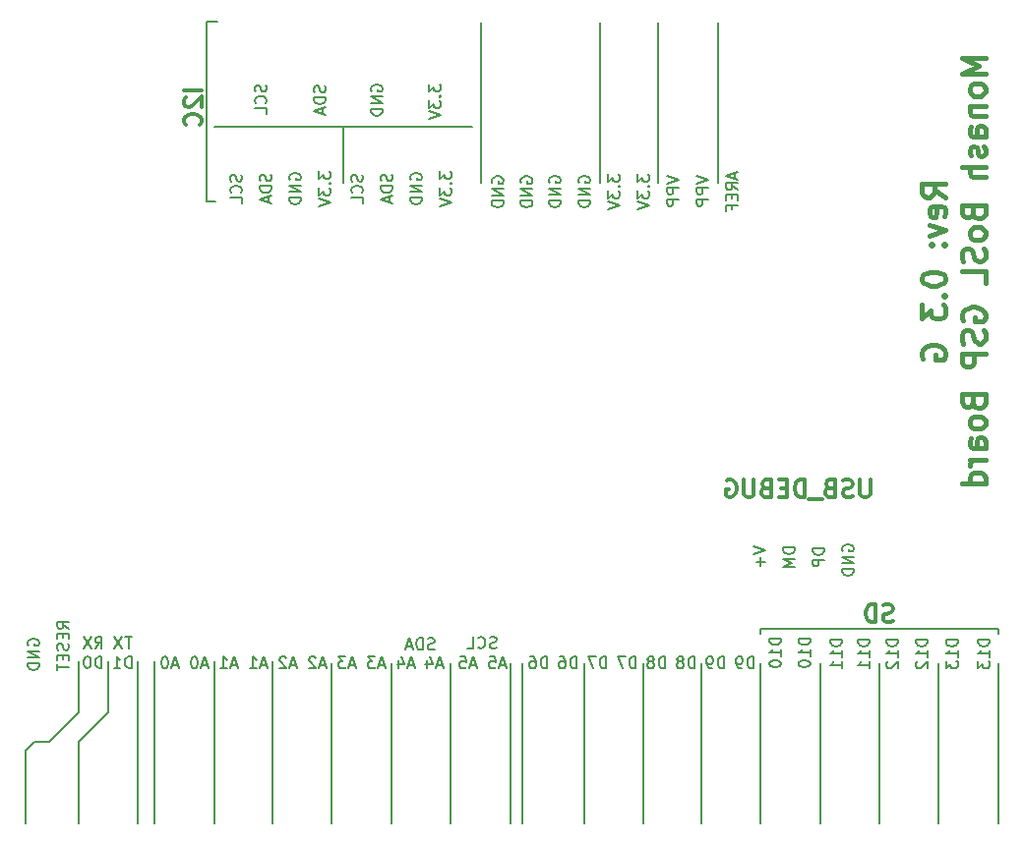
<source format=gbo>
G04 #@! TF.GenerationSoftware,KiCad,Pcbnew,(5.1.2)-2*
G04 #@! TF.CreationDate,2019-11-01T20:16:41+11:00*
G04 #@! TF.ProjectId,BoSL_GSP,426f534c-5f47-4535-902e-6b696361645f,0.3*
G04 #@! TF.SameCoordinates,Original*
G04 #@! TF.FileFunction,Legend,Bot*
G04 #@! TF.FilePolarity,Positive*
%FSLAX46Y46*%
G04 Gerber Fmt 4.6, Leading zero omitted, Abs format (unit mm)*
G04 Created by KiCad (PCBNEW (5.1.2)-2) date 2019-11-01 20:16:41*
%MOMM*%
%LPD*%
G04 APERTURE LIST*
%ADD10C,0.150000*%
%ADD11C,0.300000*%
%ADD12C,0.450000*%
G04 APERTURE END LIST*
D10*
X113216666Y-117352380D02*
X113550000Y-116876190D01*
X113788095Y-117352380D02*
X113788095Y-116352380D01*
X113407142Y-116352380D01*
X113311904Y-116400000D01*
X113264285Y-116447619D01*
X113216666Y-116542857D01*
X113216666Y-116685714D01*
X113264285Y-116780952D01*
X113311904Y-116828571D01*
X113407142Y-116876190D01*
X113788095Y-116876190D01*
X112883333Y-116352380D02*
X112216666Y-117352380D01*
X112216666Y-116352380D02*
X112883333Y-117352380D01*
X116361904Y-116352380D02*
X115790476Y-116352380D01*
X116076190Y-117352380D02*
X116076190Y-116352380D01*
X115552380Y-116352380D02*
X114885714Y-117352380D01*
X114885714Y-116352380D02*
X115552380Y-117352380D01*
X134600000Y-72400000D02*
X145700000Y-72400000D01*
X134600000Y-72400000D02*
X123500000Y-72400000D01*
X134600000Y-77200000D02*
X134600000Y-72400000D01*
D11*
X122378571Y-69235714D02*
X120878571Y-69235714D01*
X121021428Y-69878571D02*
X120950000Y-69950000D01*
X120878571Y-70092857D01*
X120878571Y-70450000D01*
X120950000Y-70592857D01*
X121021428Y-70664285D01*
X121164285Y-70735714D01*
X121307142Y-70735714D01*
X121521428Y-70664285D01*
X122378571Y-69807142D01*
X122378571Y-70735714D01*
X122235714Y-72235714D02*
X122307142Y-72164285D01*
X122378571Y-71950000D01*
X122378571Y-71807142D01*
X122307142Y-71592857D01*
X122164285Y-71450000D01*
X122021428Y-71378571D01*
X121735714Y-71307142D01*
X121521428Y-71307142D01*
X121235714Y-71378571D01*
X121092857Y-71450000D01*
X120950000Y-71592857D01*
X120878571Y-71807142D01*
X120878571Y-71950000D01*
X120950000Y-72164285D01*
X121021428Y-72235714D01*
D10*
X122800000Y-78800000D02*
X123600000Y-78800000D01*
X122800000Y-63300000D02*
X122800000Y-78800000D01*
X123700000Y-63300000D02*
X122800000Y-63300000D01*
X191000000Y-115700000D02*
X191000000Y-116100000D01*
X170500000Y-115700000D02*
X170500000Y-116100000D01*
X170500000Y-115700000D02*
X191000000Y-115700000D01*
X127904761Y-68809523D02*
X127952380Y-68952380D01*
X127952380Y-69190476D01*
X127904761Y-69285714D01*
X127857142Y-69333333D01*
X127761904Y-69380952D01*
X127666666Y-69380952D01*
X127571428Y-69333333D01*
X127523809Y-69285714D01*
X127476190Y-69190476D01*
X127428571Y-69000000D01*
X127380952Y-68904761D01*
X127333333Y-68857142D01*
X127238095Y-68809523D01*
X127142857Y-68809523D01*
X127047619Y-68857142D01*
X127000000Y-68904761D01*
X126952380Y-69000000D01*
X126952380Y-69238095D01*
X127000000Y-69380952D01*
X127857142Y-70380952D02*
X127904761Y-70333333D01*
X127952380Y-70190476D01*
X127952380Y-70095238D01*
X127904761Y-69952380D01*
X127809523Y-69857142D01*
X127714285Y-69809523D01*
X127523809Y-69761904D01*
X127380952Y-69761904D01*
X127190476Y-69809523D01*
X127095238Y-69857142D01*
X127000000Y-69952380D01*
X126952380Y-70095238D01*
X126952380Y-70190476D01*
X127000000Y-70333333D01*
X127047619Y-70380952D01*
X127952380Y-71285714D02*
X127952380Y-70809523D01*
X126952380Y-70809523D01*
X133004761Y-68885714D02*
X133052380Y-69028571D01*
X133052380Y-69266666D01*
X133004761Y-69361904D01*
X132957142Y-69409523D01*
X132861904Y-69457142D01*
X132766666Y-69457142D01*
X132671428Y-69409523D01*
X132623809Y-69361904D01*
X132576190Y-69266666D01*
X132528571Y-69076190D01*
X132480952Y-68980952D01*
X132433333Y-68933333D01*
X132338095Y-68885714D01*
X132242857Y-68885714D01*
X132147619Y-68933333D01*
X132100000Y-68980952D01*
X132052380Y-69076190D01*
X132052380Y-69314285D01*
X132100000Y-69457142D01*
X133052380Y-69885714D02*
X132052380Y-69885714D01*
X132052380Y-70123809D01*
X132100000Y-70266666D01*
X132195238Y-70361904D01*
X132290476Y-70409523D01*
X132480952Y-70457142D01*
X132623809Y-70457142D01*
X132814285Y-70409523D01*
X132909523Y-70361904D01*
X133004761Y-70266666D01*
X133052380Y-70123809D01*
X133052380Y-69885714D01*
X132766666Y-70838095D02*
X132766666Y-71314285D01*
X133052380Y-70742857D02*
X132052380Y-71076190D01*
X133052380Y-71409523D01*
X137000000Y-69338095D02*
X136952380Y-69242857D01*
X136952380Y-69100000D01*
X137000000Y-68957142D01*
X137095238Y-68861904D01*
X137190476Y-68814285D01*
X137380952Y-68766666D01*
X137523809Y-68766666D01*
X137714285Y-68814285D01*
X137809523Y-68861904D01*
X137904761Y-68957142D01*
X137952380Y-69100000D01*
X137952380Y-69195238D01*
X137904761Y-69338095D01*
X137857142Y-69385714D01*
X137523809Y-69385714D01*
X137523809Y-69195238D01*
X137952380Y-69814285D02*
X136952380Y-69814285D01*
X137952380Y-70385714D01*
X136952380Y-70385714D01*
X137952380Y-70861904D02*
X136952380Y-70861904D01*
X136952380Y-71100000D01*
X137000000Y-71242857D01*
X137095238Y-71338095D01*
X137190476Y-71385714D01*
X137380952Y-71433333D01*
X137523809Y-71433333D01*
X137714285Y-71385714D01*
X137809523Y-71338095D01*
X137904761Y-71242857D01*
X137952380Y-71100000D01*
X137952380Y-70861904D01*
X141952380Y-68723809D02*
X141952380Y-69342857D01*
X142333333Y-69009523D01*
X142333333Y-69152380D01*
X142380952Y-69247619D01*
X142428571Y-69295238D01*
X142523809Y-69342857D01*
X142761904Y-69342857D01*
X142857142Y-69295238D01*
X142904761Y-69247619D01*
X142952380Y-69152380D01*
X142952380Y-68866666D01*
X142904761Y-68771428D01*
X142857142Y-68723809D01*
X142857142Y-69771428D02*
X142904761Y-69819047D01*
X142952380Y-69771428D01*
X142904761Y-69723809D01*
X142857142Y-69771428D01*
X142952380Y-69771428D01*
X141952380Y-70152380D02*
X141952380Y-70771428D01*
X142333333Y-70438095D01*
X142333333Y-70580952D01*
X142380952Y-70676190D01*
X142428571Y-70723809D01*
X142523809Y-70771428D01*
X142761904Y-70771428D01*
X142857142Y-70723809D01*
X142904761Y-70676190D01*
X142952380Y-70580952D01*
X142952380Y-70295238D01*
X142904761Y-70200000D01*
X142857142Y-70152380D01*
X141952380Y-71057142D02*
X142952380Y-71390476D01*
X141952380Y-71723809D01*
X166800000Y-63400000D02*
X166800000Y-77200000D01*
X161700000Y-63400000D02*
X161700000Y-77200000D01*
X156700000Y-63400000D02*
X156700000Y-77200000D01*
X146400000Y-63400000D02*
X146400000Y-77200000D01*
D11*
X181878571Y-115007142D02*
X181664285Y-115078571D01*
X181307142Y-115078571D01*
X181164285Y-115007142D01*
X181092857Y-114935714D01*
X181021428Y-114792857D01*
X181021428Y-114650000D01*
X181092857Y-114507142D01*
X181164285Y-114435714D01*
X181307142Y-114364285D01*
X181592857Y-114292857D01*
X181735714Y-114221428D01*
X181807142Y-114150000D01*
X181878571Y-114007142D01*
X181878571Y-113864285D01*
X181807142Y-113721428D01*
X181735714Y-113650000D01*
X181592857Y-113578571D01*
X181235714Y-113578571D01*
X181021428Y-113650000D01*
X180378571Y-115078571D02*
X180378571Y-113578571D01*
X180021428Y-113578571D01*
X179807142Y-113650000D01*
X179664285Y-113792857D01*
X179592857Y-113935714D01*
X179521428Y-114221428D01*
X179521428Y-114435714D01*
X179592857Y-114721428D01*
X179664285Y-114864285D01*
X179807142Y-115007142D01*
X180021428Y-115078571D01*
X180378571Y-115078571D01*
D10*
X191000000Y-118600000D02*
X191000000Y-132400000D01*
X185800000Y-118600000D02*
X185800000Y-132400000D01*
X180700000Y-118600000D02*
X180700000Y-132400000D01*
X175600000Y-118600000D02*
X175600000Y-132400000D01*
X170500000Y-118600000D02*
X170500000Y-132400000D01*
X165400000Y-118600000D02*
X165400000Y-132400000D01*
X160400000Y-118600000D02*
X160400000Y-132400000D01*
X155300000Y-118600000D02*
X155300000Y-132400000D01*
X150000000Y-118600000D02*
X150000000Y-132400000D01*
X149000000Y-118600000D02*
X149000000Y-132400000D01*
X143800000Y-118600000D02*
X143800000Y-132400000D01*
X138700000Y-118600000D02*
X138700000Y-132400000D01*
X133600000Y-118600000D02*
X133600000Y-132400000D01*
X128500000Y-118500000D02*
X128500000Y-132400000D01*
X123500000Y-118500000D02*
X123500000Y-132400000D01*
X118300000Y-118500000D02*
X118300000Y-132400000D01*
X116900000Y-119400000D02*
X116900000Y-118500000D01*
X116900000Y-119400000D02*
X116900000Y-132400000D01*
X107200000Y-126200000D02*
X107200000Y-127500000D01*
X108000000Y-125400000D02*
X107200000Y-126200000D01*
X109300000Y-125400000D02*
X108000000Y-125400000D01*
X111800000Y-122900000D02*
X109300000Y-125400000D01*
X107200000Y-127500000D02*
X107200000Y-132400000D01*
X111800000Y-118500000D02*
X111800000Y-122900000D01*
X114300000Y-122900000D02*
X114300000Y-118500000D01*
X111800000Y-125400000D02*
X111800000Y-125700000D01*
X114300000Y-122900000D02*
X111800000Y-125400000D01*
X111800000Y-132400000D02*
X111800000Y-125700000D01*
D12*
X186377761Y-78455047D02*
X185425380Y-77788380D01*
X186377761Y-77312190D02*
X184377761Y-77312190D01*
X184377761Y-78074095D01*
X184473000Y-78264571D01*
X184568238Y-78359809D01*
X184758714Y-78455047D01*
X185044428Y-78455047D01*
X185234904Y-78359809D01*
X185330142Y-78264571D01*
X185425380Y-78074095D01*
X185425380Y-77312190D01*
X186282523Y-80074095D02*
X186377761Y-79883619D01*
X186377761Y-79502666D01*
X186282523Y-79312190D01*
X186092047Y-79216952D01*
X185330142Y-79216952D01*
X185139666Y-79312190D01*
X185044428Y-79502666D01*
X185044428Y-79883619D01*
X185139666Y-80074095D01*
X185330142Y-80169333D01*
X185520619Y-80169333D01*
X185711095Y-79216952D01*
X185044428Y-80836000D02*
X186377761Y-81312190D01*
X185044428Y-81788380D01*
X186187285Y-82550285D02*
X186282523Y-82645523D01*
X186377761Y-82550285D01*
X186282523Y-82455047D01*
X186187285Y-82550285D01*
X186377761Y-82550285D01*
X185139666Y-82550285D02*
X185234904Y-82645523D01*
X185330142Y-82550285D01*
X185234904Y-82455047D01*
X185139666Y-82550285D01*
X185330142Y-82550285D01*
X184377761Y-85407428D02*
X184377761Y-85597904D01*
X184473000Y-85788380D01*
X184568238Y-85883619D01*
X184758714Y-85978857D01*
X185139666Y-86074095D01*
X185615857Y-86074095D01*
X185996809Y-85978857D01*
X186187285Y-85883619D01*
X186282523Y-85788380D01*
X186377761Y-85597904D01*
X186377761Y-85407428D01*
X186282523Y-85216952D01*
X186187285Y-85121714D01*
X185996809Y-85026476D01*
X185615857Y-84931238D01*
X185139666Y-84931238D01*
X184758714Y-85026476D01*
X184568238Y-85121714D01*
X184473000Y-85216952D01*
X184377761Y-85407428D01*
X186187285Y-86931238D02*
X186282523Y-87026476D01*
X186377761Y-86931238D01*
X186282523Y-86836000D01*
X186187285Y-86931238D01*
X186377761Y-86931238D01*
X184377761Y-87693142D02*
X184377761Y-88931238D01*
X185139666Y-88264571D01*
X185139666Y-88550285D01*
X185234904Y-88740761D01*
X185330142Y-88836000D01*
X185520619Y-88931238D01*
X185996809Y-88931238D01*
X186187285Y-88836000D01*
X186282523Y-88740761D01*
X186377761Y-88550285D01*
X186377761Y-87978857D01*
X186282523Y-87788380D01*
X186187285Y-87693142D01*
X184473000Y-92359809D02*
X184377761Y-92169333D01*
X184377761Y-91883619D01*
X184473000Y-91597904D01*
X184663476Y-91407428D01*
X184853952Y-91312190D01*
X185234904Y-91216952D01*
X185520619Y-91216952D01*
X185901571Y-91312190D01*
X186092047Y-91407428D01*
X186282523Y-91597904D01*
X186377761Y-91883619D01*
X186377761Y-92074095D01*
X186282523Y-92359809D01*
X186187285Y-92455047D01*
X185520619Y-92455047D01*
X185520619Y-92074095D01*
X189827761Y-66502666D02*
X187827761Y-66502666D01*
X189256333Y-67169333D01*
X187827761Y-67836000D01*
X189827761Y-67836000D01*
X189827761Y-69074095D02*
X189732523Y-68883619D01*
X189637285Y-68788380D01*
X189446809Y-68693142D01*
X188875380Y-68693142D01*
X188684904Y-68788380D01*
X188589666Y-68883619D01*
X188494428Y-69074095D01*
X188494428Y-69359809D01*
X188589666Y-69550285D01*
X188684904Y-69645523D01*
X188875380Y-69740761D01*
X189446809Y-69740761D01*
X189637285Y-69645523D01*
X189732523Y-69550285D01*
X189827761Y-69359809D01*
X189827761Y-69074095D01*
X188494428Y-70597904D02*
X189827761Y-70597904D01*
X188684904Y-70597904D02*
X188589666Y-70693142D01*
X188494428Y-70883619D01*
X188494428Y-71169333D01*
X188589666Y-71359809D01*
X188780142Y-71455047D01*
X189827761Y-71455047D01*
X189827761Y-73264571D02*
X188780142Y-73264571D01*
X188589666Y-73169333D01*
X188494428Y-72978857D01*
X188494428Y-72597904D01*
X188589666Y-72407428D01*
X189732523Y-73264571D02*
X189827761Y-73074095D01*
X189827761Y-72597904D01*
X189732523Y-72407428D01*
X189542047Y-72312190D01*
X189351571Y-72312190D01*
X189161095Y-72407428D01*
X189065857Y-72597904D01*
X189065857Y-73074095D01*
X188970619Y-73264571D01*
X189732523Y-74121714D02*
X189827761Y-74312190D01*
X189827761Y-74693142D01*
X189732523Y-74883619D01*
X189542047Y-74978857D01*
X189446809Y-74978857D01*
X189256333Y-74883619D01*
X189161095Y-74693142D01*
X189161095Y-74407428D01*
X189065857Y-74216952D01*
X188875380Y-74121714D01*
X188780142Y-74121714D01*
X188589666Y-74216952D01*
X188494428Y-74407428D01*
X188494428Y-74693142D01*
X188589666Y-74883619D01*
X189827761Y-75836000D02*
X187827761Y-75836000D01*
X189827761Y-76693142D02*
X188780142Y-76693142D01*
X188589666Y-76597904D01*
X188494428Y-76407428D01*
X188494428Y-76121714D01*
X188589666Y-75931238D01*
X188684904Y-75836000D01*
X188780142Y-79836000D02*
X188875380Y-80121714D01*
X188970619Y-80216952D01*
X189161095Y-80312190D01*
X189446809Y-80312190D01*
X189637285Y-80216952D01*
X189732523Y-80121714D01*
X189827761Y-79931238D01*
X189827761Y-79169333D01*
X187827761Y-79169333D01*
X187827761Y-79836000D01*
X187923000Y-80026476D01*
X188018238Y-80121714D01*
X188208714Y-80216952D01*
X188399190Y-80216952D01*
X188589666Y-80121714D01*
X188684904Y-80026476D01*
X188780142Y-79836000D01*
X188780142Y-79169333D01*
X189827761Y-81455047D02*
X189732523Y-81264571D01*
X189637285Y-81169333D01*
X189446809Y-81074095D01*
X188875380Y-81074095D01*
X188684904Y-81169333D01*
X188589666Y-81264571D01*
X188494428Y-81455047D01*
X188494428Y-81740761D01*
X188589666Y-81931238D01*
X188684904Y-82026476D01*
X188875380Y-82121714D01*
X189446809Y-82121714D01*
X189637285Y-82026476D01*
X189732523Y-81931238D01*
X189827761Y-81740761D01*
X189827761Y-81455047D01*
X189732523Y-82883619D02*
X189827761Y-83169333D01*
X189827761Y-83645523D01*
X189732523Y-83836000D01*
X189637285Y-83931238D01*
X189446809Y-84026476D01*
X189256333Y-84026476D01*
X189065857Y-83931238D01*
X188970619Y-83836000D01*
X188875380Y-83645523D01*
X188780142Y-83264571D01*
X188684904Y-83074095D01*
X188589666Y-82978857D01*
X188399190Y-82883619D01*
X188208714Y-82883619D01*
X188018238Y-82978857D01*
X187923000Y-83074095D01*
X187827761Y-83264571D01*
X187827761Y-83740761D01*
X187923000Y-84026476D01*
X189827761Y-85836000D02*
X189827761Y-84883619D01*
X187827761Y-84883619D01*
X187923000Y-89074095D02*
X187827761Y-88883619D01*
X187827761Y-88597904D01*
X187923000Y-88312190D01*
X188113476Y-88121714D01*
X188303952Y-88026476D01*
X188684904Y-87931238D01*
X188970619Y-87931238D01*
X189351571Y-88026476D01*
X189542047Y-88121714D01*
X189732523Y-88312190D01*
X189827761Y-88597904D01*
X189827761Y-88788380D01*
X189732523Y-89074095D01*
X189637285Y-89169333D01*
X188970619Y-89169333D01*
X188970619Y-88788380D01*
X189732523Y-89931238D02*
X189827761Y-90216952D01*
X189827761Y-90693142D01*
X189732523Y-90883619D01*
X189637285Y-90978857D01*
X189446809Y-91074095D01*
X189256333Y-91074095D01*
X189065857Y-90978857D01*
X188970619Y-90883619D01*
X188875380Y-90693142D01*
X188780142Y-90312190D01*
X188684904Y-90121714D01*
X188589666Y-90026476D01*
X188399190Y-89931238D01*
X188208714Y-89931238D01*
X188018238Y-90026476D01*
X187923000Y-90121714D01*
X187827761Y-90312190D01*
X187827761Y-90788380D01*
X187923000Y-91074095D01*
X189827761Y-91931238D02*
X187827761Y-91931238D01*
X187827761Y-92693142D01*
X187923000Y-92883619D01*
X188018238Y-92978857D01*
X188208714Y-93074095D01*
X188494428Y-93074095D01*
X188684904Y-92978857D01*
X188780142Y-92883619D01*
X188875380Y-92693142D01*
X188875380Y-91931238D01*
X188780142Y-96121714D02*
X188875380Y-96407428D01*
X188970619Y-96502666D01*
X189161095Y-96597904D01*
X189446809Y-96597904D01*
X189637285Y-96502666D01*
X189732523Y-96407428D01*
X189827761Y-96216952D01*
X189827761Y-95455047D01*
X187827761Y-95455047D01*
X187827761Y-96121714D01*
X187923000Y-96312190D01*
X188018238Y-96407428D01*
X188208714Y-96502666D01*
X188399190Y-96502666D01*
X188589666Y-96407428D01*
X188684904Y-96312190D01*
X188780142Y-96121714D01*
X188780142Y-95455047D01*
X189827761Y-97740761D02*
X189732523Y-97550285D01*
X189637285Y-97455047D01*
X189446809Y-97359809D01*
X188875380Y-97359809D01*
X188684904Y-97455047D01*
X188589666Y-97550285D01*
X188494428Y-97740761D01*
X188494428Y-98026476D01*
X188589666Y-98216952D01*
X188684904Y-98312190D01*
X188875380Y-98407428D01*
X189446809Y-98407428D01*
X189637285Y-98312190D01*
X189732523Y-98216952D01*
X189827761Y-98026476D01*
X189827761Y-97740761D01*
X189827761Y-100121714D02*
X188780142Y-100121714D01*
X188589666Y-100026476D01*
X188494428Y-99836000D01*
X188494428Y-99455047D01*
X188589666Y-99264571D01*
X189732523Y-100121714D02*
X189827761Y-99931238D01*
X189827761Y-99455047D01*
X189732523Y-99264571D01*
X189542047Y-99169333D01*
X189351571Y-99169333D01*
X189161095Y-99264571D01*
X189065857Y-99455047D01*
X189065857Y-99931238D01*
X188970619Y-100121714D01*
X189827761Y-101074095D02*
X188494428Y-101074095D01*
X188875380Y-101074095D02*
X188684904Y-101169333D01*
X188589666Y-101264571D01*
X188494428Y-101455047D01*
X188494428Y-101645523D01*
X189827761Y-103169333D02*
X187827761Y-103169333D01*
X189732523Y-103169333D02*
X189827761Y-102978857D01*
X189827761Y-102597904D01*
X189732523Y-102407428D01*
X189637285Y-102312190D01*
X189446809Y-102216952D01*
X188875380Y-102216952D01*
X188684904Y-102312190D01*
X188589666Y-102407428D01*
X188494428Y-102597904D01*
X188494428Y-102978857D01*
X188589666Y-103169333D01*
D10*
X177554000Y-108966095D02*
X177506380Y-108870857D01*
X177506380Y-108728000D01*
X177554000Y-108585142D01*
X177649238Y-108489904D01*
X177744476Y-108442285D01*
X177934952Y-108394666D01*
X178077809Y-108394666D01*
X178268285Y-108442285D01*
X178363523Y-108489904D01*
X178458761Y-108585142D01*
X178506380Y-108728000D01*
X178506380Y-108823238D01*
X178458761Y-108966095D01*
X178411142Y-109013714D01*
X178077809Y-109013714D01*
X178077809Y-108823238D01*
X178506380Y-109442285D02*
X177506380Y-109442285D01*
X178506380Y-110013714D01*
X177506380Y-110013714D01*
X178506380Y-110489904D02*
X177506380Y-110489904D01*
X177506380Y-110728000D01*
X177554000Y-110870857D01*
X177649238Y-110966095D01*
X177744476Y-111013714D01*
X177934952Y-111061333D01*
X178077809Y-111061333D01*
X178268285Y-111013714D01*
X178363523Y-110966095D01*
X178458761Y-110870857D01*
X178506380Y-110728000D01*
X178506380Y-110489904D01*
X175966380Y-108712095D02*
X174966380Y-108712095D01*
X174966380Y-108950190D01*
X175014000Y-109093047D01*
X175109238Y-109188285D01*
X175204476Y-109235904D01*
X175394952Y-109283523D01*
X175537809Y-109283523D01*
X175728285Y-109235904D01*
X175823523Y-109188285D01*
X175918761Y-109093047D01*
X175966380Y-108950190D01*
X175966380Y-108712095D01*
X175966380Y-109712095D02*
X174966380Y-109712095D01*
X174966380Y-110093047D01*
X175014000Y-110188285D01*
X175061619Y-110235904D01*
X175156857Y-110283523D01*
X175299714Y-110283523D01*
X175394952Y-110235904D01*
X175442571Y-110188285D01*
X175490190Y-110093047D01*
X175490190Y-109712095D01*
X173426380Y-108640666D02*
X172426380Y-108640666D01*
X172426380Y-108878761D01*
X172474000Y-109021619D01*
X172569238Y-109116857D01*
X172664476Y-109164476D01*
X172854952Y-109212095D01*
X172997809Y-109212095D01*
X173188285Y-109164476D01*
X173283523Y-109116857D01*
X173378761Y-109021619D01*
X173426380Y-108878761D01*
X173426380Y-108640666D01*
X173426380Y-109640666D02*
X172426380Y-109640666D01*
X173140666Y-109974000D01*
X172426380Y-110307333D01*
X173426380Y-110307333D01*
X169886380Y-108521619D02*
X170886380Y-108854952D01*
X169886380Y-109188285D01*
X170505428Y-109521619D02*
X170505428Y-110283523D01*
X170886380Y-109902571D02*
X170124476Y-109902571D01*
D11*
X179914571Y-102810571D02*
X179914571Y-104024857D01*
X179843142Y-104167714D01*
X179771714Y-104239142D01*
X179628857Y-104310571D01*
X179343142Y-104310571D01*
X179200285Y-104239142D01*
X179128857Y-104167714D01*
X179057428Y-104024857D01*
X179057428Y-102810571D01*
X178414571Y-104239142D02*
X178200285Y-104310571D01*
X177843142Y-104310571D01*
X177700285Y-104239142D01*
X177628857Y-104167714D01*
X177557428Y-104024857D01*
X177557428Y-103882000D01*
X177628857Y-103739142D01*
X177700285Y-103667714D01*
X177843142Y-103596285D01*
X178128857Y-103524857D01*
X178271714Y-103453428D01*
X178343142Y-103382000D01*
X178414571Y-103239142D01*
X178414571Y-103096285D01*
X178343142Y-102953428D01*
X178271714Y-102882000D01*
X178128857Y-102810571D01*
X177771714Y-102810571D01*
X177557428Y-102882000D01*
X176414571Y-103524857D02*
X176200285Y-103596285D01*
X176128857Y-103667714D01*
X176057428Y-103810571D01*
X176057428Y-104024857D01*
X176128857Y-104167714D01*
X176200285Y-104239142D01*
X176343142Y-104310571D01*
X176914571Y-104310571D01*
X176914571Y-102810571D01*
X176414571Y-102810571D01*
X176271714Y-102882000D01*
X176200285Y-102953428D01*
X176128857Y-103096285D01*
X176128857Y-103239142D01*
X176200285Y-103382000D01*
X176271714Y-103453428D01*
X176414571Y-103524857D01*
X176914571Y-103524857D01*
X175771714Y-104453428D02*
X174628857Y-104453428D01*
X174271714Y-104310571D02*
X174271714Y-102810571D01*
X173914571Y-102810571D01*
X173700285Y-102882000D01*
X173557428Y-103024857D01*
X173486000Y-103167714D01*
X173414571Y-103453428D01*
X173414571Y-103667714D01*
X173486000Y-103953428D01*
X173557428Y-104096285D01*
X173700285Y-104239142D01*
X173914571Y-104310571D01*
X174271714Y-104310571D01*
X172771714Y-103524857D02*
X172271714Y-103524857D01*
X172057428Y-104310571D02*
X172771714Y-104310571D01*
X172771714Y-102810571D01*
X172057428Y-102810571D01*
X170914571Y-103524857D02*
X170700285Y-103596285D01*
X170628857Y-103667714D01*
X170557428Y-103810571D01*
X170557428Y-104024857D01*
X170628857Y-104167714D01*
X170700285Y-104239142D01*
X170843142Y-104310571D01*
X171414571Y-104310571D01*
X171414571Y-102810571D01*
X170914571Y-102810571D01*
X170771714Y-102882000D01*
X170700285Y-102953428D01*
X170628857Y-103096285D01*
X170628857Y-103239142D01*
X170700285Y-103382000D01*
X170771714Y-103453428D01*
X170914571Y-103524857D01*
X171414571Y-103524857D01*
X169914571Y-102810571D02*
X169914571Y-104024857D01*
X169843142Y-104167714D01*
X169771714Y-104239142D01*
X169628857Y-104310571D01*
X169343142Y-104310571D01*
X169200285Y-104239142D01*
X169128857Y-104167714D01*
X169057428Y-104024857D01*
X169057428Y-102810571D01*
X167557428Y-102882000D02*
X167700285Y-102810571D01*
X167914571Y-102810571D01*
X168128857Y-102882000D01*
X168271714Y-103024857D01*
X168343142Y-103167714D01*
X168414571Y-103453428D01*
X168414571Y-103667714D01*
X168343142Y-103953428D01*
X168271714Y-104096285D01*
X168128857Y-104239142D01*
X167914571Y-104310571D01*
X167771714Y-104310571D01*
X167557428Y-104239142D01*
X167486000Y-104167714D01*
X167486000Y-103667714D01*
X167771714Y-103667714D01*
D10*
X168238666Y-76358952D02*
X168238666Y-76835142D01*
X168524380Y-76263714D02*
X167524380Y-76597047D01*
X168524380Y-76930380D01*
X168524380Y-77835142D02*
X168048190Y-77501809D01*
X168524380Y-77263714D02*
X167524380Y-77263714D01*
X167524380Y-77644666D01*
X167572000Y-77739904D01*
X167619619Y-77787523D01*
X167714857Y-77835142D01*
X167857714Y-77835142D01*
X167952952Y-77787523D01*
X168000571Y-77739904D01*
X168048190Y-77644666D01*
X168048190Y-77263714D01*
X168000571Y-78263714D02*
X168000571Y-78597047D01*
X168524380Y-78739904D02*
X168524380Y-78263714D01*
X167524380Y-78263714D01*
X167524380Y-78739904D01*
X168000571Y-79501809D02*
X168000571Y-79168476D01*
X168524380Y-79168476D02*
X167524380Y-79168476D01*
X167524380Y-79644666D01*
X164984380Y-76644666D02*
X165984380Y-76978000D01*
X164984380Y-77311333D01*
X165984380Y-77644666D02*
X164984380Y-77644666D01*
X164984380Y-78025619D01*
X165032000Y-78120857D01*
X165079619Y-78168476D01*
X165174857Y-78216095D01*
X165317714Y-78216095D01*
X165412952Y-78168476D01*
X165460571Y-78120857D01*
X165508190Y-78025619D01*
X165508190Y-77644666D01*
X165984380Y-78644666D02*
X164984380Y-78644666D01*
X164984380Y-79025619D01*
X165032000Y-79120857D01*
X165079619Y-79168476D01*
X165174857Y-79216095D01*
X165317714Y-79216095D01*
X165412952Y-79168476D01*
X165460571Y-79120857D01*
X165508190Y-79025619D01*
X165508190Y-78644666D01*
X162444380Y-76644666D02*
X163444380Y-76978000D01*
X162444380Y-77311333D01*
X163444380Y-77644666D02*
X162444380Y-77644666D01*
X162444380Y-78025619D01*
X162492000Y-78120857D01*
X162539619Y-78168476D01*
X162634857Y-78216095D01*
X162777714Y-78216095D01*
X162872952Y-78168476D01*
X162920571Y-78120857D01*
X162968190Y-78025619D01*
X162968190Y-77644666D01*
X163444380Y-78644666D02*
X162444380Y-78644666D01*
X162444380Y-79025619D01*
X162492000Y-79120857D01*
X162539619Y-79168476D01*
X162634857Y-79216095D01*
X162777714Y-79216095D01*
X162872952Y-79168476D01*
X162920571Y-79120857D01*
X162968190Y-79025619D01*
X162968190Y-78644666D01*
X159904380Y-76501809D02*
X159904380Y-77120857D01*
X160285333Y-76787523D01*
X160285333Y-76930380D01*
X160332952Y-77025619D01*
X160380571Y-77073238D01*
X160475809Y-77120857D01*
X160713904Y-77120857D01*
X160809142Y-77073238D01*
X160856761Y-77025619D01*
X160904380Y-76930380D01*
X160904380Y-76644666D01*
X160856761Y-76549428D01*
X160809142Y-76501809D01*
X160809142Y-77549428D02*
X160856761Y-77597047D01*
X160904380Y-77549428D01*
X160856761Y-77501809D01*
X160809142Y-77549428D01*
X160904380Y-77549428D01*
X159904380Y-77930380D02*
X159904380Y-78549428D01*
X160285333Y-78216095D01*
X160285333Y-78358952D01*
X160332952Y-78454190D01*
X160380571Y-78501809D01*
X160475809Y-78549428D01*
X160713904Y-78549428D01*
X160809142Y-78501809D01*
X160856761Y-78454190D01*
X160904380Y-78358952D01*
X160904380Y-78073238D01*
X160856761Y-77978000D01*
X160809142Y-77930380D01*
X159904380Y-78835142D02*
X160904380Y-79168476D01*
X159904380Y-79501809D01*
X157364380Y-76501809D02*
X157364380Y-77120857D01*
X157745333Y-76787523D01*
X157745333Y-76930380D01*
X157792952Y-77025619D01*
X157840571Y-77073238D01*
X157935809Y-77120857D01*
X158173904Y-77120857D01*
X158269142Y-77073238D01*
X158316761Y-77025619D01*
X158364380Y-76930380D01*
X158364380Y-76644666D01*
X158316761Y-76549428D01*
X158269142Y-76501809D01*
X158269142Y-77549428D02*
X158316761Y-77597047D01*
X158364380Y-77549428D01*
X158316761Y-77501809D01*
X158269142Y-77549428D01*
X158364380Y-77549428D01*
X157364380Y-77930380D02*
X157364380Y-78549428D01*
X157745333Y-78216095D01*
X157745333Y-78358952D01*
X157792952Y-78454190D01*
X157840571Y-78501809D01*
X157935809Y-78549428D01*
X158173904Y-78549428D01*
X158269142Y-78501809D01*
X158316761Y-78454190D01*
X158364380Y-78358952D01*
X158364380Y-78073238D01*
X158316761Y-77978000D01*
X158269142Y-77930380D01*
X157364380Y-78835142D02*
X158364380Y-79168476D01*
X157364380Y-79501809D01*
X154872000Y-77216095D02*
X154824380Y-77120857D01*
X154824380Y-76978000D01*
X154872000Y-76835142D01*
X154967238Y-76739904D01*
X155062476Y-76692285D01*
X155252952Y-76644666D01*
X155395809Y-76644666D01*
X155586285Y-76692285D01*
X155681523Y-76739904D01*
X155776761Y-76835142D01*
X155824380Y-76978000D01*
X155824380Y-77073238D01*
X155776761Y-77216095D01*
X155729142Y-77263714D01*
X155395809Y-77263714D01*
X155395809Y-77073238D01*
X155824380Y-77692285D02*
X154824380Y-77692285D01*
X155824380Y-78263714D01*
X154824380Y-78263714D01*
X155824380Y-78739904D02*
X154824380Y-78739904D01*
X154824380Y-78978000D01*
X154872000Y-79120857D01*
X154967238Y-79216095D01*
X155062476Y-79263714D01*
X155252952Y-79311333D01*
X155395809Y-79311333D01*
X155586285Y-79263714D01*
X155681523Y-79216095D01*
X155776761Y-79120857D01*
X155824380Y-78978000D01*
X155824380Y-78739904D01*
X152332000Y-77216095D02*
X152284380Y-77120857D01*
X152284380Y-76978000D01*
X152332000Y-76835142D01*
X152427238Y-76739904D01*
X152522476Y-76692285D01*
X152712952Y-76644666D01*
X152855809Y-76644666D01*
X153046285Y-76692285D01*
X153141523Y-76739904D01*
X153236761Y-76835142D01*
X153284380Y-76978000D01*
X153284380Y-77073238D01*
X153236761Y-77216095D01*
X153189142Y-77263714D01*
X152855809Y-77263714D01*
X152855809Y-77073238D01*
X153284380Y-77692285D02*
X152284380Y-77692285D01*
X153284380Y-78263714D01*
X152284380Y-78263714D01*
X153284380Y-78739904D02*
X152284380Y-78739904D01*
X152284380Y-78978000D01*
X152332000Y-79120857D01*
X152427238Y-79216095D01*
X152522476Y-79263714D01*
X152712952Y-79311333D01*
X152855809Y-79311333D01*
X153046285Y-79263714D01*
X153141523Y-79216095D01*
X153236761Y-79120857D01*
X153284380Y-78978000D01*
X153284380Y-78739904D01*
X149900000Y-77238095D02*
X149852380Y-77142857D01*
X149852380Y-77000000D01*
X149900000Y-76857142D01*
X149995238Y-76761904D01*
X150090476Y-76714285D01*
X150280952Y-76666666D01*
X150423809Y-76666666D01*
X150614285Y-76714285D01*
X150709523Y-76761904D01*
X150804761Y-76857142D01*
X150852380Y-77000000D01*
X150852380Y-77095238D01*
X150804761Y-77238095D01*
X150757142Y-77285714D01*
X150423809Y-77285714D01*
X150423809Y-77095238D01*
X150852380Y-77714285D02*
X149852380Y-77714285D01*
X150852380Y-78285714D01*
X149852380Y-78285714D01*
X150852380Y-78761904D02*
X149852380Y-78761904D01*
X149852380Y-79000000D01*
X149900000Y-79142857D01*
X149995238Y-79238095D01*
X150090476Y-79285714D01*
X150280952Y-79333333D01*
X150423809Y-79333333D01*
X150614285Y-79285714D01*
X150709523Y-79238095D01*
X150804761Y-79142857D01*
X150852380Y-79000000D01*
X150852380Y-78761904D01*
X147400000Y-77238095D02*
X147352380Y-77142857D01*
X147352380Y-77000000D01*
X147400000Y-76857142D01*
X147495238Y-76761904D01*
X147590476Y-76714285D01*
X147780952Y-76666666D01*
X147923809Y-76666666D01*
X148114285Y-76714285D01*
X148209523Y-76761904D01*
X148304761Y-76857142D01*
X148352380Y-77000000D01*
X148352380Y-77095238D01*
X148304761Y-77238095D01*
X148257142Y-77285714D01*
X147923809Y-77285714D01*
X147923809Y-77095238D01*
X148352380Y-77714285D02*
X147352380Y-77714285D01*
X148352380Y-78285714D01*
X147352380Y-78285714D01*
X148352380Y-78761904D02*
X147352380Y-78761904D01*
X147352380Y-79000000D01*
X147400000Y-79142857D01*
X147495238Y-79238095D01*
X147590476Y-79285714D01*
X147780952Y-79333333D01*
X147923809Y-79333333D01*
X148114285Y-79285714D01*
X148209523Y-79238095D01*
X148304761Y-79142857D01*
X148352380Y-79000000D01*
X148352380Y-78761904D01*
X142886380Y-76247809D02*
X142886380Y-76866857D01*
X143267333Y-76533523D01*
X143267333Y-76676380D01*
X143314952Y-76771619D01*
X143362571Y-76819238D01*
X143457809Y-76866857D01*
X143695904Y-76866857D01*
X143791142Y-76819238D01*
X143838761Y-76771619D01*
X143886380Y-76676380D01*
X143886380Y-76390666D01*
X143838761Y-76295428D01*
X143791142Y-76247809D01*
X143791142Y-77295428D02*
X143838761Y-77343047D01*
X143886380Y-77295428D01*
X143838761Y-77247809D01*
X143791142Y-77295428D01*
X143886380Y-77295428D01*
X142886380Y-77676380D02*
X142886380Y-78295428D01*
X143267333Y-77962095D01*
X143267333Y-78104952D01*
X143314952Y-78200190D01*
X143362571Y-78247809D01*
X143457809Y-78295428D01*
X143695904Y-78295428D01*
X143791142Y-78247809D01*
X143838761Y-78200190D01*
X143886380Y-78104952D01*
X143886380Y-77819238D01*
X143838761Y-77724000D01*
X143791142Y-77676380D01*
X142886380Y-78581142D02*
X143886380Y-78914476D01*
X142886380Y-79247809D01*
X140394000Y-76962095D02*
X140346380Y-76866857D01*
X140346380Y-76724000D01*
X140394000Y-76581142D01*
X140489238Y-76485904D01*
X140584476Y-76438285D01*
X140774952Y-76390666D01*
X140917809Y-76390666D01*
X141108285Y-76438285D01*
X141203523Y-76485904D01*
X141298761Y-76581142D01*
X141346380Y-76724000D01*
X141346380Y-76819238D01*
X141298761Y-76962095D01*
X141251142Y-77009714D01*
X140917809Y-77009714D01*
X140917809Y-76819238D01*
X141346380Y-77438285D02*
X140346380Y-77438285D01*
X141346380Y-78009714D01*
X140346380Y-78009714D01*
X141346380Y-78485904D02*
X140346380Y-78485904D01*
X140346380Y-78724000D01*
X140394000Y-78866857D01*
X140489238Y-78962095D01*
X140584476Y-79009714D01*
X140774952Y-79057333D01*
X140917809Y-79057333D01*
X141108285Y-79009714D01*
X141203523Y-78962095D01*
X141298761Y-78866857D01*
X141346380Y-78724000D01*
X141346380Y-78485904D01*
X138758761Y-76509714D02*
X138806380Y-76652571D01*
X138806380Y-76890666D01*
X138758761Y-76985904D01*
X138711142Y-77033523D01*
X138615904Y-77081142D01*
X138520666Y-77081142D01*
X138425428Y-77033523D01*
X138377809Y-76985904D01*
X138330190Y-76890666D01*
X138282571Y-76700190D01*
X138234952Y-76604952D01*
X138187333Y-76557333D01*
X138092095Y-76509714D01*
X137996857Y-76509714D01*
X137901619Y-76557333D01*
X137854000Y-76604952D01*
X137806380Y-76700190D01*
X137806380Y-76938285D01*
X137854000Y-77081142D01*
X138806380Y-77509714D02*
X137806380Y-77509714D01*
X137806380Y-77747809D01*
X137854000Y-77890666D01*
X137949238Y-77985904D01*
X138044476Y-78033523D01*
X138234952Y-78081142D01*
X138377809Y-78081142D01*
X138568285Y-78033523D01*
X138663523Y-77985904D01*
X138758761Y-77890666D01*
X138806380Y-77747809D01*
X138806380Y-77509714D01*
X138520666Y-78462095D02*
X138520666Y-78938285D01*
X138806380Y-78366857D02*
X137806380Y-78700190D01*
X138806380Y-79033523D01*
X136218761Y-76533523D02*
X136266380Y-76676380D01*
X136266380Y-76914476D01*
X136218761Y-77009714D01*
X136171142Y-77057333D01*
X136075904Y-77104952D01*
X135980666Y-77104952D01*
X135885428Y-77057333D01*
X135837809Y-77009714D01*
X135790190Y-76914476D01*
X135742571Y-76724000D01*
X135694952Y-76628761D01*
X135647333Y-76581142D01*
X135552095Y-76533523D01*
X135456857Y-76533523D01*
X135361619Y-76581142D01*
X135314000Y-76628761D01*
X135266380Y-76724000D01*
X135266380Y-76962095D01*
X135314000Y-77104952D01*
X136171142Y-78104952D02*
X136218761Y-78057333D01*
X136266380Y-77914476D01*
X136266380Y-77819238D01*
X136218761Y-77676380D01*
X136123523Y-77581142D01*
X136028285Y-77533523D01*
X135837809Y-77485904D01*
X135694952Y-77485904D01*
X135504476Y-77533523D01*
X135409238Y-77581142D01*
X135314000Y-77676380D01*
X135266380Y-77819238D01*
X135266380Y-77914476D01*
X135314000Y-78057333D01*
X135361619Y-78104952D01*
X136266380Y-79009714D02*
X136266380Y-78533523D01*
X135266380Y-78533523D01*
X129980000Y-76962095D02*
X129932380Y-76866857D01*
X129932380Y-76724000D01*
X129980000Y-76581142D01*
X130075238Y-76485904D01*
X130170476Y-76438285D01*
X130360952Y-76390666D01*
X130503809Y-76390666D01*
X130694285Y-76438285D01*
X130789523Y-76485904D01*
X130884761Y-76581142D01*
X130932380Y-76724000D01*
X130932380Y-76819238D01*
X130884761Y-76962095D01*
X130837142Y-77009714D01*
X130503809Y-77009714D01*
X130503809Y-76819238D01*
X130932380Y-77438285D02*
X129932380Y-77438285D01*
X130932380Y-78009714D01*
X129932380Y-78009714D01*
X130932380Y-78485904D02*
X129932380Y-78485904D01*
X129932380Y-78724000D01*
X129980000Y-78866857D01*
X130075238Y-78962095D01*
X130170476Y-79009714D01*
X130360952Y-79057333D01*
X130503809Y-79057333D01*
X130694285Y-79009714D01*
X130789523Y-78962095D01*
X130884761Y-78866857D01*
X130932380Y-78724000D01*
X130932380Y-78485904D01*
X132472380Y-76247809D02*
X132472380Y-76866857D01*
X132853333Y-76533523D01*
X132853333Y-76676380D01*
X132900952Y-76771619D01*
X132948571Y-76819238D01*
X133043809Y-76866857D01*
X133281904Y-76866857D01*
X133377142Y-76819238D01*
X133424761Y-76771619D01*
X133472380Y-76676380D01*
X133472380Y-76390666D01*
X133424761Y-76295428D01*
X133377142Y-76247809D01*
X133377142Y-77295428D02*
X133424761Y-77343047D01*
X133472380Y-77295428D01*
X133424761Y-77247809D01*
X133377142Y-77295428D01*
X133472380Y-77295428D01*
X132472380Y-77676380D02*
X132472380Y-78295428D01*
X132853333Y-77962095D01*
X132853333Y-78104952D01*
X132900952Y-78200190D01*
X132948571Y-78247809D01*
X133043809Y-78295428D01*
X133281904Y-78295428D01*
X133377142Y-78247809D01*
X133424761Y-78200190D01*
X133472380Y-78104952D01*
X133472380Y-77819238D01*
X133424761Y-77724000D01*
X133377142Y-77676380D01*
X132472380Y-78581142D02*
X133472380Y-78914476D01*
X132472380Y-79247809D01*
X128344761Y-76509714D02*
X128392380Y-76652571D01*
X128392380Y-76890666D01*
X128344761Y-76985904D01*
X128297142Y-77033523D01*
X128201904Y-77081142D01*
X128106666Y-77081142D01*
X128011428Y-77033523D01*
X127963809Y-76985904D01*
X127916190Y-76890666D01*
X127868571Y-76700190D01*
X127820952Y-76604952D01*
X127773333Y-76557333D01*
X127678095Y-76509714D01*
X127582857Y-76509714D01*
X127487619Y-76557333D01*
X127440000Y-76604952D01*
X127392380Y-76700190D01*
X127392380Y-76938285D01*
X127440000Y-77081142D01*
X128392380Y-77509714D02*
X127392380Y-77509714D01*
X127392380Y-77747809D01*
X127440000Y-77890666D01*
X127535238Y-77985904D01*
X127630476Y-78033523D01*
X127820952Y-78081142D01*
X127963809Y-78081142D01*
X128154285Y-78033523D01*
X128249523Y-77985904D01*
X128344761Y-77890666D01*
X128392380Y-77747809D01*
X128392380Y-77509714D01*
X128106666Y-78462095D02*
X128106666Y-78938285D01*
X128392380Y-78366857D02*
X127392380Y-78700190D01*
X128392380Y-79033523D01*
X125804761Y-76533523D02*
X125852380Y-76676380D01*
X125852380Y-76914476D01*
X125804761Y-77009714D01*
X125757142Y-77057333D01*
X125661904Y-77104952D01*
X125566666Y-77104952D01*
X125471428Y-77057333D01*
X125423809Y-77009714D01*
X125376190Y-76914476D01*
X125328571Y-76724000D01*
X125280952Y-76628761D01*
X125233333Y-76581142D01*
X125138095Y-76533523D01*
X125042857Y-76533523D01*
X124947619Y-76581142D01*
X124900000Y-76628761D01*
X124852380Y-76724000D01*
X124852380Y-76962095D01*
X124900000Y-77104952D01*
X125757142Y-78104952D02*
X125804761Y-78057333D01*
X125852380Y-77914476D01*
X125852380Y-77819238D01*
X125804761Y-77676380D01*
X125709523Y-77581142D01*
X125614285Y-77533523D01*
X125423809Y-77485904D01*
X125280952Y-77485904D01*
X125090476Y-77533523D01*
X124995238Y-77581142D01*
X124900000Y-77676380D01*
X124852380Y-77819238D01*
X124852380Y-77914476D01*
X124900000Y-78057333D01*
X124947619Y-78104952D01*
X125852380Y-79009714D02*
X125852380Y-78533523D01*
X124852380Y-78533523D01*
X190190380Y-116585714D02*
X189190380Y-116585714D01*
X189190380Y-116823809D01*
X189238000Y-116966666D01*
X189333238Y-117061904D01*
X189428476Y-117109523D01*
X189618952Y-117157142D01*
X189761809Y-117157142D01*
X189952285Y-117109523D01*
X190047523Y-117061904D01*
X190142761Y-116966666D01*
X190190380Y-116823809D01*
X190190380Y-116585714D01*
X190190380Y-118109523D02*
X190190380Y-117538095D01*
X190190380Y-117823809D02*
X189190380Y-117823809D01*
X189333238Y-117728571D01*
X189428476Y-117633333D01*
X189476095Y-117538095D01*
X189190380Y-118442857D02*
X189190380Y-119061904D01*
X189571333Y-118728571D01*
X189571333Y-118871428D01*
X189618952Y-118966666D01*
X189666571Y-119014285D01*
X189761809Y-119061904D01*
X189999904Y-119061904D01*
X190095142Y-119014285D01*
X190142761Y-118966666D01*
X190190380Y-118871428D01*
X190190380Y-118585714D01*
X190142761Y-118490476D01*
X190095142Y-118442857D01*
X187452380Y-116585714D02*
X186452380Y-116585714D01*
X186452380Y-116823809D01*
X186500000Y-116966666D01*
X186595238Y-117061904D01*
X186690476Y-117109523D01*
X186880952Y-117157142D01*
X187023809Y-117157142D01*
X187214285Y-117109523D01*
X187309523Y-117061904D01*
X187404761Y-116966666D01*
X187452380Y-116823809D01*
X187452380Y-116585714D01*
X187452380Y-118109523D02*
X187452380Y-117538095D01*
X187452380Y-117823809D02*
X186452380Y-117823809D01*
X186595238Y-117728571D01*
X186690476Y-117633333D01*
X186738095Y-117538095D01*
X186452380Y-118442857D02*
X186452380Y-119061904D01*
X186833333Y-118728571D01*
X186833333Y-118871428D01*
X186880952Y-118966666D01*
X186928571Y-119014285D01*
X187023809Y-119061904D01*
X187261904Y-119061904D01*
X187357142Y-119014285D01*
X187404761Y-118966666D01*
X187452380Y-118871428D01*
X187452380Y-118585714D01*
X187404761Y-118490476D01*
X187357142Y-118442857D01*
X184852380Y-116585714D02*
X183852380Y-116585714D01*
X183852380Y-116823809D01*
X183900000Y-116966666D01*
X183995238Y-117061904D01*
X184090476Y-117109523D01*
X184280952Y-117157142D01*
X184423809Y-117157142D01*
X184614285Y-117109523D01*
X184709523Y-117061904D01*
X184804761Y-116966666D01*
X184852380Y-116823809D01*
X184852380Y-116585714D01*
X184852380Y-118109523D02*
X184852380Y-117538095D01*
X184852380Y-117823809D02*
X183852380Y-117823809D01*
X183995238Y-117728571D01*
X184090476Y-117633333D01*
X184138095Y-117538095D01*
X183947619Y-118490476D02*
X183900000Y-118538095D01*
X183852380Y-118633333D01*
X183852380Y-118871428D01*
X183900000Y-118966666D01*
X183947619Y-119014285D01*
X184042857Y-119061904D01*
X184138095Y-119061904D01*
X184280952Y-119014285D01*
X184852380Y-118442857D01*
X184852380Y-119061904D01*
X182316380Y-116585714D02*
X181316380Y-116585714D01*
X181316380Y-116823809D01*
X181364000Y-116966666D01*
X181459238Y-117061904D01*
X181554476Y-117109523D01*
X181744952Y-117157142D01*
X181887809Y-117157142D01*
X182078285Y-117109523D01*
X182173523Y-117061904D01*
X182268761Y-116966666D01*
X182316380Y-116823809D01*
X182316380Y-116585714D01*
X182316380Y-118109523D02*
X182316380Y-117538095D01*
X182316380Y-117823809D02*
X181316380Y-117823809D01*
X181459238Y-117728571D01*
X181554476Y-117633333D01*
X181602095Y-117538095D01*
X181411619Y-118490476D02*
X181364000Y-118538095D01*
X181316380Y-118633333D01*
X181316380Y-118871428D01*
X181364000Y-118966666D01*
X181411619Y-119014285D01*
X181506857Y-119061904D01*
X181602095Y-119061904D01*
X181744952Y-119014285D01*
X182316380Y-118442857D01*
X182316380Y-119061904D01*
X179852380Y-116585714D02*
X178852380Y-116585714D01*
X178852380Y-116823809D01*
X178900000Y-116966666D01*
X178995238Y-117061904D01*
X179090476Y-117109523D01*
X179280952Y-117157142D01*
X179423809Y-117157142D01*
X179614285Y-117109523D01*
X179709523Y-117061904D01*
X179804761Y-116966666D01*
X179852380Y-116823809D01*
X179852380Y-116585714D01*
X179852380Y-118109523D02*
X179852380Y-117538095D01*
X179852380Y-117823809D02*
X178852380Y-117823809D01*
X178995238Y-117728571D01*
X179090476Y-117633333D01*
X179138095Y-117538095D01*
X179852380Y-119061904D02*
X179852380Y-118490476D01*
X179852380Y-118776190D02*
X178852380Y-118776190D01*
X178995238Y-118680952D01*
X179090476Y-118585714D01*
X179138095Y-118490476D01*
X177490380Y-116585714D02*
X176490380Y-116585714D01*
X176490380Y-116823809D01*
X176538000Y-116966666D01*
X176633238Y-117061904D01*
X176728476Y-117109523D01*
X176918952Y-117157142D01*
X177061809Y-117157142D01*
X177252285Y-117109523D01*
X177347523Y-117061904D01*
X177442761Y-116966666D01*
X177490380Y-116823809D01*
X177490380Y-116585714D01*
X177490380Y-118109523D02*
X177490380Y-117538095D01*
X177490380Y-117823809D02*
X176490380Y-117823809D01*
X176633238Y-117728571D01*
X176728476Y-117633333D01*
X176776095Y-117538095D01*
X177490380Y-119061904D02*
X177490380Y-118490476D01*
X177490380Y-118776190D02*
X176490380Y-118776190D01*
X176633238Y-118680952D01*
X176728476Y-118585714D01*
X176776095Y-118490476D01*
X174752380Y-116485714D02*
X173752380Y-116485714D01*
X173752380Y-116723809D01*
X173800000Y-116866666D01*
X173895238Y-116961904D01*
X173990476Y-117009523D01*
X174180952Y-117057142D01*
X174323809Y-117057142D01*
X174514285Y-117009523D01*
X174609523Y-116961904D01*
X174704761Y-116866666D01*
X174752380Y-116723809D01*
X174752380Y-116485714D01*
X174752380Y-118009523D02*
X174752380Y-117438095D01*
X174752380Y-117723809D02*
X173752380Y-117723809D01*
X173895238Y-117628571D01*
X173990476Y-117533333D01*
X174038095Y-117438095D01*
X173752380Y-118628571D02*
X173752380Y-118723809D01*
X173800000Y-118819047D01*
X173847619Y-118866666D01*
X173942857Y-118914285D01*
X174133333Y-118961904D01*
X174371428Y-118961904D01*
X174561904Y-118914285D01*
X174657142Y-118866666D01*
X174704761Y-118819047D01*
X174752380Y-118723809D01*
X174752380Y-118628571D01*
X174704761Y-118533333D01*
X174657142Y-118485714D01*
X174561904Y-118438095D01*
X174371428Y-118390476D01*
X174133333Y-118390476D01*
X173942857Y-118438095D01*
X173847619Y-118485714D01*
X173800000Y-118533333D01*
X173752380Y-118628571D01*
X172252380Y-116485714D02*
X171252380Y-116485714D01*
X171252380Y-116723809D01*
X171300000Y-116866666D01*
X171395238Y-116961904D01*
X171490476Y-117009523D01*
X171680952Y-117057142D01*
X171823809Y-117057142D01*
X172014285Y-117009523D01*
X172109523Y-116961904D01*
X172204761Y-116866666D01*
X172252380Y-116723809D01*
X172252380Y-116485714D01*
X172252380Y-118009523D02*
X172252380Y-117438095D01*
X172252380Y-117723809D02*
X171252380Y-117723809D01*
X171395238Y-117628571D01*
X171490476Y-117533333D01*
X171538095Y-117438095D01*
X171252380Y-118628571D02*
X171252380Y-118723809D01*
X171300000Y-118819047D01*
X171347619Y-118866666D01*
X171442857Y-118914285D01*
X171633333Y-118961904D01*
X171871428Y-118961904D01*
X172061904Y-118914285D01*
X172157142Y-118866666D01*
X172204761Y-118819047D01*
X172252380Y-118723809D01*
X172252380Y-118628571D01*
X172204761Y-118533333D01*
X172157142Y-118485714D01*
X172061904Y-118438095D01*
X171871428Y-118390476D01*
X171633333Y-118390476D01*
X171442857Y-118438095D01*
X171347619Y-118485714D01*
X171300000Y-118533333D01*
X171252380Y-118628571D01*
X169902095Y-119070380D02*
X169902095Y-118070380D01*
X169664000Y-118070380D01*
X169521142Y-118118000D01*
X169425904Y-118213238D01*
X169378285Y-118308476D01*
X169330666Y-118498952D01*
X169330666Y-118641809D01*
X169378285Y-118832285D01*
X169425904Y-118927523D01*
X169521142Y-119022761D01*
X169664000Y-119070380D01*
X169902095Y-119070380D01*
X168854476Y-119070380D02*
X168664000Y-119070380D01*
X168568761Y-119022761D01*
X168521142Y-118975142D01*
X168425904Y-118832285D01*
X168378285Y-118641809D01*
X168378285Y-118260857D01*
X168425904Y-118165619D01*
X168473523Y-118118000D01*
X168568761Y-118070380D01*
X168759238Y-118070380D01*
X168854476Y-118118000D01*
X168902095Y-118165619D01*
X168949714Y-118260857D01*
X168949714Y-118498952D01*
X168902095Y-118594190D01*
X168854476Y-118641809D01*
X168759238Y-118689428D01*
X168568761Y-118689428D01*
X168473523Y-118641809D01*
X168425904Y-118594190D01*
X168378285Y-118498952D01*
X167362095Y-119070380D02*
X167362095Y-118070380D01*
X167124000Y-118070380D01*
X166981142Y-118118000D01*
X166885904Y-118213238D01*
X166838285Y-118308476D01*
X166790666Y-118498952D01*
X166790666Y-118641809D01*
X166838285Y-118832285D01*
X166885904Y-118927523D01*
X166981142Y-119022761D01*
X167124000Y-119070380D01*
X167362095Y-119070380D01*
X166314476Y-119070380D02*
X166124000Y-119070380D01*
X166028761Y-119022761D01*
X165981142Y-118975142D01*
X165885904Y-118832285D01*
X165838285Y-118641809D01*
X165838285Y-118260857D01*
X165885904Y-118165619D01*
X165933523Y-118118000D01*
X166028761Y-118070380D01*
X166219238Y-118070380D01*
X166314476Y-118118000D01*
X166362095Y-118165619D01*
X166409714Y-118260857D01*
X166409714Y-118498952D01*
X166362095Y-118594190D01*
X166314476Y-118641809D01*
X166219238Y-118689428D01*
X166028761Y-118689428D01*
X165933523Y-118641809D01*
X165885904Y-118594190D01*
X165838285Y-118498952D01*
X164822095Y-119070380D02*
X164822095Y-118070380D01*
X164584000Y-118070380D01*
X164441142Y-118118000D01*
X164345904Y-118213238D01*
X164298285Y-118308476D01*
X164250666Y-118498952D01*
X164250666Y-118641809D01*
X164298285Y-118832285D01*
X164345904Y-118927523D01*
X164441142Y-119022761D01*
X164584000Y-119070380D01*
X164822095Y-119070380D01*
X163679238Y-118498952D02*
X163774476Y-118451333D01*
X163822095Y-118403714D01*
X163869714Y-118308476D01*
X163869714Y-118260857D01*
X163822095Y-118165619D01*
X163774476Y-118118000D01*
X163679238Y-118070380D01*
X163488761Y-118070380D01*
X163393523Y-118118000D01*
X163345904Y-118165619D01*
X163298285Y-118260857D01*
X163298285Y-118308476D01*
X163345904Y-118403714D01*
X163393523Y-118451333D01*
X163488761Y-118498952D01*
X163679238Y-118498952D01*
X163774476Y-118546571D01*
X163822095Y-118594190D01*
X163869714Y-118689428D01*
X163869714Y-118879904D01*
X163822095Y-118975142D01*
X163774476Y-119022761D01*
X163679238Y-119070380D01*
X163488761Y-119070380D01*
X163393523Y-119022761D01*
X163345904Y-118975142D01*
X163298285Y-118879904D01*
X163298285Y-118689428D01*
X163345904Y-118594190D01*
X163393523Y-118546571D01*
X163488761Y-118498952D01*
X162282095Y-119070380D02*
X162282095Y-118070380D01*
X162044000Y-118070380D01*
X161901142Y-118118000D01*
X161805904Y-118213238D01*
X161758285Y-118308476D01*
X161710666Y-118498952D01*
X161710666Y-118641809D01*
X161758285Y-118832285D01*
X161805904Y-118927523D01*
X161901142Y-119022761D01*
X162044000Y-119070380D01*
X162282095Y-119070380D01*
X161139238Y-118498952D02*
X161234476Y-118451333D01*
X161282095Y-118403714D01*
X161329714Y-118308476D01*
X161329714Y-118260857D01*
X161282095Y-118165619D01*
X161234476Y-118118000D01*
X161139238Y-118070380D01*
X160948761Y-118070380D01*
X160853523Y-118118000D01*
X160805904Y-118165619D01*
X160758285Y-118260857D01*
X160758285Y-118308476D01*
X160805904Y-118403714D01*
X160853523Y-118451333D01*
X160948761Y-118498952D01*
X161139238Y-118498952D01*
X161234476Y-118546571D01*
X161282095Y-118594190D01*
X161329714Y-118689428D01*
X161329714Y-118879904D01*
X161282095Y-118975142D01*
X161234476Y-119022761D01*
X161139238Y-119070380D01*
X160948761Y-119070380D01*
X160853523Y-119022761D01*
X160805904Y-118975142D01*
X160758285Y-118879904D01*
X160758285Y-118689428D01*
X160805904Y-118594190D01*
X160853523Y-118546571D01*
X160948761Y-118498952D01*
X159742095Y-119070380D02*
X159742095Y-118070380D01*
X159504000Y-118070380D01*
X159361142Y-118118000D01*
X159265904Y-118213238D01*
X159218285Y-118308476D01*
X159170666Y-118498952D01*
X159170666Y-118641809D01*
X159218285Y-118832285D01*
X159265904Y-118927523D01*
X159361142Y-119022761D01*
X159504000Y-119070380D01*
X159742095Y-119070380D01*
X158837333Y-118070380D02*
X158170666Y-118070380D01*
X158599238Y-119070380D01*
X157202095Y-119070380D02*
X157202095Y-118070380D01*
X156964000Y-118070380D01*
X156821142Y-118118000D01*
X156725904Y-118213238D01*
X156678285Y-118308476D01*
X156630666Y-118498952D01*
X156630666Y-118641809D01*
X156678285Y-118832285D01*
X156725904Y-118927523D01*
X156821142Y-119022761D01*
X156964000Y-119070380D01*
X157202095Y-119070380D01*
X156297333Y-118070380D02*
X155630666Y-118070380D01*
X156059238Y-119070380D01*
X154662095Y-119070380D02*
X154662095Y-118070380D01*
X154424000Y-118070380D01*
X154281142Y-118118000D01*
X154185904Y-118213238D01*
X154138285Y-118308476D01*
X154090666Y-118498952D01*
X154090666Y-118641809D01*
X154138285Y-118832285D01*
X154185904Y-118927523D01*
X154281142Y-119022761D01*
X154424000Y-119070380D01*
X154662095Y-119070380D01*
X153233523Y-118070380D02*
X153424000Y-118070380D01*
X153519238Y-118118000D01*
X153566857Y-118165619D01*
X153662095Y-118308476D01*
X153709714Y-118498952D01*
X153709714Y-118879904D01*
X153662095Y-118975142D01*
X153614476Y-119022761D01*
X153519238Y-119070380D01*
X153328761Y-119070380D01*
X153233523Y-119022761D01*
X153185904Y-118975142D01*
X153138285Y-118879904D01*
X153138285Y-118641809D01*
X153185904Y-118546571D01*
X153233523Y-118498952D01*
X153328761Y-118451333D01*
X153519238Y-118451333D01*
X153614476Y-118498952D01*
X153662095Y-118546571D01*
X153709714Y-118641809D01*
X152122095Y-119070380D02*
X152122095Y-118070380D01*
X151884000Y-118070380D01*
X151741142Y-118118000D01*
X151645904Y-118213238D01*
X151598285Y-118308476D01*
X151550666Y-118498952D01*
X151550666Y-118641809D01*
X151598285Y-118832285D01*
X151645904Y-118927523D01*
X151741142Y-119022761D01*
X151884000Y-119070380D01*
X152122095Y-119070380D01*
X150693523Y-118070380D02*
X150884000Y-118070380D01*
X150979238Y-118118000D01*
X151026857Y-118165619D01*
X151122095Y-118308476D01*
X151169714Y-118498952D01*
X151169714Y-118879904D01*
X151122095Y-118975142D01*
X151074476Y-119022761D01*
X150979238Y-119070380D01*
X150788761Y-119070380D01*
X150693523Y-119022761D01*
X150645904Y-118975142D01*
X150598285Y-118879904D01*
X150598285Y-118641809D01*
X150645904Y-118546571D01*
X150693523Y-118498952D01*
X150788761Y-118451333D01*
X150979238Y-118451333D01*
X151074476Y-118498952D01*
X151122095Y-118546571D01*
X151169714Y-118641809D01*
X147748476Y-117304761D02*
X147605619Y-117352380D01*
X147367523Y-117352380D01*
X147272285Y-117304761D01*
X147224666Y-117257142D01*
X147177047Y-117161904D01*
X147177047Y-117066666D01*
X147224666Y-116971428D01*
X147272285Y-116923809D01*
X147367523Y-116876190D01*
X147558000Y-116828571D01*
X147653238Y-116780952D01*
X147700857Y-116733333D01*
X147748476Y-116638095D01*
X147748476Y-116542857D01*
X147700857Y-116447619D01*
X147653238Y-116400000D01*
X147558000Y-116352380D01*
X147319904Y-116352380D01*
X147177047Y-116400000D01*
X146177047Y-117257142D02*
X146224666Y-117304761D01*
X146367523Y-117352380D01*
X146462761Y-117352380D01*
X146605619Y-117304761D01*
X146700857Y-117209523D01*
X146748476Y-117114285D01*
X146796095Y-116923809D01*
X146796095Y-116780952D01*
X146748476Y-116590476D01*
X146700857Y-116495238D01*
X146605619Y-116400000D01*
X146462761Y-116352380D01*
X146367523Y-116352380D01*
X146224666Y-116400000D01*
X146177047Y-116447619D01*
X145272285Y-117352380D02*
X145748476Y-117352380D01*
X145748476Y-116352380D01*
X142414285Y-117404761D02*
X142271428Y-117452380D01*
X142033333Y-117452380D01*
X141938095Y-117404761D01*
X141890476Y-117357142D01*
X141842857Y-117261904D01*
X141842857Y-117166666D01*
X141890476Y-117071428D01*
X141938095Y-117023809D01*
X142033333Y-116976190D01*
X142223809Y-116928571D01*
X142319047Y-116880952D01*
X142366666Y-116833333D01*
X142414285Y-116738095D01*
X142414285Y-116642857D01*
X142366666Y-116547619D01*
X142319047Y-116500000D01*
X142223809Y-116452380D01*
X141985714Y-116452380D01*
X141842857Y-116500000D01*
X141414285Y-117452380D02*
X141414285Y-116452380D01*
X141176190Y-116452380D01*
X141033333Y-116500000D01*
X140938095Y-116595238D01*
X140890476Y-116690476D01*
X140842857Y-116880952D01*
X140842857Y-117023809D01*
X140890476Y-117214285D01*
X140938095Y-117309523D01*
X141033333Y-117404761D01*
X141176190Y-117452380D01*
X141414285Y-117452380D01*
X140461904Y-117166666D02*
X139985714Y-117166666D01*
X140557142Y-117452380D02*
X140223809Y-116452380D01*
X139890476Y-117452380D01*
X116338095Y-119052380D02*
X116338095Y-118052380D01*
X116100000Y-118052380D01*
X115957142Y-118100000D01*
X115861904Y-118195238D01*
X115814285Y-118290476D01*
X115766666Y-118480952D01*
X115766666Y-118623809D01*
X115814285Y-118814285D01*
X115861904Y-118909523D01*
X115957142Y-119004761D01*
X116100000Y-119052380D01*
X116338095Y-119052380D01*
X114814285Y-119052380D02*
X115385714Y-119052380D01*
X115100000Y-119052380D02*
X115100000Y-118052380D01*
X115195238Y-118195238D01*
X115290476Y-118290476D01*
X115385714Y-118338095D01*
X113788095Y-119052380D02*
X113788095Y-118052380D01*
X113550000Y-118052380D01*
X113407142Y-118100000D01*
X113311904Y-118195238D01*
X113264285Y-118290476D01*
X113216666Y-118480952D01*
X113216666Y-118623809D01*
X113264285Y-118814285D01*
X113311904Y-118909523D01*
X113407142Y-119004761D01*
X113550000Y-119052380D01*
X113788095Y-119052380D01*
X112597619Y-118052380D02*
X112502380Y-118052380D01*
X112407142Y-118100000D01*
X112359523Y-118147619D01*
X112311904Y-118242857D01*
X112264285Y-118433333D01*
X112264285Y-118671428D01*
X112311904Y-118861904D01*
X112359523Y-118957142D01*
X112407142Y-119004761D01*
X112502380Y-119052380D01*
X112597619Y-119052380D01*
X112692857Y-119004761D01*
X112740476Y-118957142D01*
X112788095Y-118861904D01*
X112835714Y-118671428D01*
X112835714Y-118433333D01*
X112788095Y-118242857D01*
X112740476Y-118147619D01*
X112692857Y-118100000D01*
X112597619Y-118052380D01*
X122888285Y-118784666D02*
X122412095Y-118784666D01*
X122983523Y-119070380D02*
X122650190Y-118070380D01*
X122316857Y-119070380D01*
X121793047Y-118070380D02*
X121697809Y-118070380D01*
X121602571Y-118118000D01*
X121554952Y-118165619D01*
X121507333Y-118260857D01*
X121459714Y-118451333D01*
X121459714Y-118689428D01*
X121507333Y-118879904D01*
X121554952Y-118975142D01*
X121602571Y-119022761D01*
X121697809Y-119070380D01*
X121793047Y-119070380D01*
X121888285Y-119022761D01*
X121935904Y-118975142D01*
X121983523Y-118879904D01*
X122031142Y-118689428D01*
X122031142Y-118451333D01*
X121983523Y-118260857D01*
X121935904Y-118165619D01*
X121888285Y-118118000D01*
X121793047Y-118070380D01*
X107450000Y-117094095D02*
X107402380Y-116998857D01*
X107402380Y-116856000D01*
X107450000Y-116713142D01*
X107545238Y-116617904D01*
X107640476Y-116570285D01*
X107830952Y-116522666D01*
X107973809Y-116522666D01*
X108164285Y-116570285D01*
X108259523Y-116617904D01*
X108354761Y-116713142D01*
X108402380Y-116856000D01*
X108402380Y-116951238D01*
X108354761Y-117094095D01*
X108307142Y-117141714D01*
X107973809Y-117141714D01*
X107973809Y-116951238D01*
X108402380Y-117570285D02*
X107402380Y-117570285D01*
X108402380Y-118141714D01*
X107402380Y-118141714D01*
X108402380Y-118617904D02*
X107402380Y-118617904D01*
X107402380Y-118856000D01*
X107450000Y-118998857D01*
X107545238Y-119094095D01*
X107640476Y-119141714D01*
X107830952Y-119189333D01*
X107973809Y-119189333D01*
X108164285Y-119141714D01*
X108259523Y-119094095D01*
X108354761Y-118998857D01*
X108402380Y-118856000D01*
X108402380Y-118617904D01*
X110942380Y-115641619D02*
X110466190Y-115308285D01*
X110942380Y-115070190D02*
X109942380Y-115070190D01*
X109942380Y-115451142D01*
X109990000Y-115546380D01*
X110037619Y-115594000D01*
X110132857Y-115641619D01*
X110275714Y-115641619D01*
X110370952Y-115594000D01*
X110418571Y-115546380D01*
X110466190Y-115451142D01*
X110466190Y-115070190D01*
X110418571Y-116070190D02*
X110418571Y-116403523D01*
X110942380Y-116546380D02*
X110942380Y-116070190D01*
X109942380Y-116070190D01*
X109942380Y-116546380D01*
X110894761Y-116927333D02*
X110942380Y-117070190D01*
X110942380Y-117308285D01*
X110894761Y-117403523D01*
X110847142Y-117451142D01*
X110751904Y-117498761D01*
X110656666Y-117498761D01*
X110561428Y-117451142D01*
X110513809Y-117403523D01*
X110466190Y-117308285D01*
X110418571Y-117117809D01*
X110370952Y-117022571D01*
X110323333Y-116974952D01*
X110228095Y-116927333D01*
X110132857Y-116927333D01*
X110037619Y-116974952D01*
X109990000Y-117022571D01*
X109942380Y-117117809D01*
X109942380Y-117355904D01*
X109990000Y-117498761D01*
X110418571Y-117927333D02*
X110418571Y-118260666D01*
X110942380Y-118403523D02*
X110942380Y-117927333D01*
X109942380Y-117927333D01*
X109942380Y-118403523D01*
X109942380Y-118689238D02*
X109942380Y-119260666D01*
X110942380Y-118974952D02*
X109942380Y-118974952D01*
X148542285Y-118784666D02*
X148066095Y-118784666D01*
X148637523Y-119070380D02*
X148304190Y-118070380D01*
X147970857Y-119070380D01*
X147161333Y-118070380D02*
X147637523Y-118070380D01*
X147685142Y-118546571D01*
X147637523Y-118498952D01*
X147542285Y-118451333D01*
X147304190Y-118451333D01*
X147208952Y-118498952D01*
X147161333Y-118546571D01*
X147113714Y-118641809D01*
X147113714Y-118879904D01*
X147161333Y-118975142D01*
X147208952Y-119022761D01*
X147304190Y-119070380D01*
X147542285Y-119070380D01*
X147637523Y-119022761D01*
X147685142Y-118975142D01*
X143114285Y-118784666D02*
X142638095Y-118784666D01*
X143209523Y-119070380D02*
X142876190Y-118070380D01*
X142542857Y-119070380D01*
X141780952Y-118403714D02*
X141780952Y-119070380D01*
X142019047Y-118022761D02*
X142257142Y-118737047D01*
X141638095Y-118737047D01*
X146002285Y-118784666D02*
X145526095Y-118784666D01*
X146097523Y-119070380D02*
X145764190Y-118070380D01*
X145430857Y-119070380D01*
X144621333Y-118070380D02*
X145097523Y-118070380D01*
X145145142Y-118546571D01*
X145097523Y-118498952D01*
X145002285Y-118451333D01*
X144764190Y-118451333D01*
X144668952Y-118498952D01*
X144621333Y-118546571D01*
X144573714Y-118641809D01*
X144573714Y-118879904D01*
X144621333Y-118975142D01*
X144668952Y-119022761D01*
X144764190Y-119070380D01*
X145002285Y-119070380D01*
X145097523Y-119022761D01*
X145145142Y-118975142D01*
X135588285Y-118784666D02*
X135112095Y-118784666D01*
X135683523Y-119070380D02*
X135350190Y-118070380D01*
X135016857Y-119070380D01*
X134778761Y-118070380D02*
X134159714Y-118070380D01*
X134493047Y-118451333D01*
X134350190Y-118451333D01*
X134254952Y-118498952D01*
X134207333Y-118546571D01*
X134159714Y-118641809D01*
X134159714Y-118879904D01*
X134207333Y-118975142D01*
X134254952Y-119022761D01*
X134350190Y-119070380D01*
X134635904Y-119070380D01*
X134731142Y-119022761D01*
X134778761Y-118975142D01*
X140668285Y-118784666D02*
X140192095Y-118784666D01*
X140763523Y-119070380D02*
X140430190Y-118070380D01*
X140096857Y-119070380D01*
X139334952Y-118403714D02*
X139334952Y-119070380D01*
X139573047Y-118022761D02*
X139811142Y-118737047D01*
X139192095Y-118737047D01*
X138128285Y-118784666D02*
X137652095Y-118784666D01*
X138223523Y-119070380D02*
X137890190Y-118070380D01*
X137556857Y-119070380D01*
X137318761Y-118070380D02*
X136699714Y-118070380D01*
X137033047Y-118451333D01*
X136890190Y-118451333D01*
X136794952Y-118498952D01*
X136747333Y-118546571D01*
X136699714Y-118641809D01*
X136699714Y-118879904D01*
X136747333Y-118975142D01*
X136794952Y-119022761D01*
X136890190Y-119070380D01*
X137175904Y-119070380D01*
X137271142Y-119022761D01*
X137318761Y-118975142D01*
X127968285Y-118784666D02*
X127492095Y-118784666D01*
X128063523Y-119070380D02*
X127730190Y-118070380D01*
X127396857Y-119070380D01*
X126539714Y-119070380D02*
X127111142Y-119070380D01*
X126825428Y-119070380D02*
X126825428Y-118070380D01*
X126920666Y-118213238D01*
X127015904Y-118308476D01*
X127111142Y-118356095D01*
X133048285Y-118784666D02*
X132572095Y-118784666D01*
X133143523Y-119070380D02*
X132810190Y-118070380D01*
X132476857Y-119070380D01*
X132191142Y-118165619D02*
X132143523Y-118118000D01*
X132048285Y-118070380D01*
X131810190Y-118070380D01*
X131714952Y-118118000D01*
X131667333Y-118165619D01*
X131619714Y-118260857D01*
X131619714Y-118356095D01*
X131667333Y-118498952D01*
X132238761Y-119070380D01*
X131619714Y-119070380D01*
X130508285Y-118784666D02*
X130032095Y-118784666D01*
X130603523Y-119070380D02*
X130270190Y-118070380D01*
X129936857Y-119070380D01*
X129651142Y-118165619D02*
X129603523Y-118118000D01*
X129508285Y-118070380D01*
X129270190Y-118070380D01*
X129174952Y-118118000D01*
X129127333Y-118165619D01*
X129079714Y-118260857D01*
X129079714Y-118356095D01*
X129127333Y-118498952D01*
X129698761Y-119070380D01*
X129079714Y-119070380D01*
X125428285Y-118784666D02*
X124952095Y-118784666D01*
X125523523Y-119070380D02*
X125190190Y-118070380D01*
X124856857Y-119070380D01*
X123999714Y-119070380D02*
X124571142Y-119070380D01*
X124285428Y-119070380D02*
X124285428Y-118070380D01*
X124380666Y-118213238D01*
X124475904Y-118308476D01*
X124571142Y-118356095D01*
X120348285Y-118784666D02*
X119872095Y-118784666D01*
X120443523Y-119070380D02*
X120110190Y-118070380D01*
X119776857Y-119070380D01*
X119253047Y-118070380D02*
X119157809Y-118070380D01*
X119062571Y-118118000D01*
X119014952Y-118165619D01*
X118967333Y-118260857D01*
X118919714Y-118451333D01*
X118919714Y-118689428D01*
X118967333Y-118879904D01*
X119014952Y-118975142D01*
X119062571Y-119022761D01*
X119157809Y-119070380D01*
X119253047Y-119070380D01*
X119348285Y-119022761D01*
X119395904Y-118975142D01*
X119443523Y-118879904D01*
X119491142Y-118689428D01*
X119491142Y-118451333D01*
X119443523Y-118260857D01*
X119395904Y-118165619D01*
X119348285Y-118118000D01*
X119253047Y-118070380D01*
M02*

</source>
